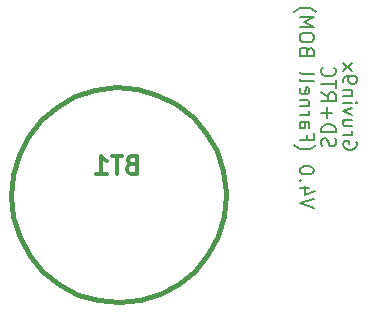
<source format=gbo>
G04 (created by PCBNEW-RS274X (2011-11-27 BZR 3249)-stable) date 21/02/2012 2:28:41 p.m.*
G01*
G70*
G90*
%MOIN*%
G04 Gerber Fmt 3.4, Leading zero omitted, Abs format*
%FSLAX34Y34*%
G04 APERTURE LIST*
%ADD10C,0.006000*%
%ADD11C,0.005900*%
%ADD12C,0.015000*%
%ADD13C,0.012000*%
G04 APERTURE END LIST*
G54D10*
G54D11*
X42093Y-27527D02*
X42116Y-27572D01*
X42116Y-27640D01*
X42093Y-27707D01*
X42049Y-27752D01*
X42004Y-27775D01*
X41914Y-27797D01*
X41846Y-27797D01*
X41756Y-27775D01*
X41711Y-27752D01*
X41666Y-27707D01*
X41644Y-27640D01*
X41644Y-27595D01*
X41666Y-27527D01*
X41689Y-27505D01*
X41846Y-27505D01*
X41846Y-27595D01*
X41644Y-27303D02*
X41959Y-27303D01*
X41869Y-27303D02*
X41914Y-27280D01*
X41936Y-27258D01*
X41959Y-27213D01*
X41959Y-27168D01*
X41959Y-26808D02*
X41644Y-26808D01*
X41959Y-27011D02*
X41711Y-27011D01*
X41666Y-26988D01*
X41644Y-26943D01*
X41644Y-26876D01*
X41666Y-26831D01*
X41689Y-26808D01*
X41959Y-26629D02*
X41644Y-26516D01*
X41959Y-26404D01*
X41644Y-26224D02*
X41959Y-26224D01*
X42116Y-26224D02*
X42093Y-26246D01*
X42071Y-26224D01*
X42093Y-26201D01*
X42116Y-26224D01*
X42071Y-26224D01*
X41959Y-25999D02*
X41644Y-25999D01*
X41914Y-25999D02*
X41936Y-25976D01*
X41959Y-25931D01*
X41959Y-25864D01*
X41936Y-25819D01*
X41891Y-25796D01*
X41644Y-25796D01*
X41644Y-25549D02*
X41644Y-25459D01*
X41666Y-25414D01*
X41689Y-25392D01*
X41756Y-25347D01*
X41846Y-25324D01*
X42026Y-25324D01*
X42071Y-25347D01*
X42093Y-25369D01*
X42116Y-25414D01*
X42116Y-25504D01*
X42093Y-25549D01*
X42071Y-25572D01*
X42026Y-25594D01*
X41914Y-25594D01*
X41869Y-25572D01*
X41846Y-25549D01*
X41824Y-25504D01*
X41824Y-25414D01*
X41846Y-25369D01*
X41869Y-25347D01*
X41914Y-25324D01*
X41644Y-25167D02*
X41959Y-24919D01*
X41959Y-25167D02*
X41644Y-24919D01*
X40947Y-27685D02*
X40925Y-27618D01*
X40925Y-27505D01*
X40947Y-27460D01*
X40970Y-27438D01*
X41015Y-27415D01*
X41060Y-27415D01*
X41105Y-27438D01*
X41127Y-27460D01*
X41150Y-27505D01*
X41172Y-27595D01*
X41195Y-27640D01*
X41217Y-27663D01*
X41262Y-27685D01*
X41307Y-27685D01*
X41352Y-27663D01*
X41374Y-27640D01*
X41397Y-27595D01*
X41397Y-27483D01*
X41374Y-27415D01*
X40925Y-27213D02*
X41397Y-27213D01*
X41397Y-27100D01*
X41374Y-27033D01*
X41330Y-26988D01*
X41285Y-26965D01*
X41195Y-26943D01*
X41127Y-26943D01*
X41037Y-26965D01*
X40992Y-26988D01*
X40947Y-27033D01*
X40925Y-27100D01*
X40925Y-27213D01*
X41105Y-26741D02*
X41105Y-26381D01*
X40925Y-26561D02*
X41285Y-26561D01*
X40925Y-25887D02*
X41150Y-26044D01*
X40925Y-26157D02*
X41397Y-26157D01*
X41397Y-25977D01*
X41374Y-25932D01*
X41352Y-25909D01*
X41307Y-25887D01*
X41240Y-25887D01*
X41195Y-25909D01*
X41172Y-25932D01*
X41150Y-25977D01*
X41150Y-26157D01*
X41397Y-25752D02*
X41397Y-25482D01*
X40925Y-25617D02*
X41397Y-25617D01*
X40970Y-25055D02*
X40947Y-25077D01*
X40925Y-25145D01*
X40925Y-25190D01*
X40947Y-25257D01*
X40992Y-25302D01*
X41037Y-25325D01*
X41127Y-25347D01*
X41195Y-25347D01*
X41285Y-25325D01*
X41330Y-25302D01*
X41374Y-25257D01*
X41397Y-25190D01*
X41397Y-25145D01*
X41374Y-25077D01*
X41352Y-25055D01*
X40678Y-29742D02*
X40206Y-29585D01*
X40678Y-29427D01*
X40521Y-29067D02*
X40206Y-29067D01*
X40700Y-29180D02*
X40363Y-29292D01*
X40363Y-29000D01*
X40251Y-28820D02*
X40228Y-28797D01*
X40206Y-28820D01*
X40228Y-28842D01*
X40251Y-28820D01*
X40206Y-28820D01*
X40678Y-28505D02*
X40678Y-28460D01*
X40655Y-28415D01*
X40633Y-28392D01*
X40588Y-28370D01*
X40498Y-28347D01*
X40386Y-28347D01*
X40296Y-28370D01*
X40251Y-28392D01*
X40228Y-28415D01*
X40206Y-28460D01*
X40206Y-28505D01*
X40228Y-28550D01*
X40251Y-28572D01*
X40296Y-28595D01*
X40386Y-28617D01*
X40498Y-28617D01*
X40588Y-28595D01*
X40633Y-28572D01*
X40655Y-28550D01*
X40678Y-28505D01*
X40026Y-27650D02*
X40049Y-27672D01*
X40116Y-27717D01*
X40161Y-27740D01*
X40228Y-27762D01*
X40341Y-27785D01*
X40431Y-27785D01*
X40543Y-27762D01*
X40611Y-27740D01*
X40655Y-27717D01*
X40723Y-27672D01*
X40745Y-27650D01*
X40453Y-27312D02*
X40453Y-27470D01*
X40206Y-27470D02*
X40678Y-27470D01*
X40678Y-27245D01*
X40206Y-26862D02*
X40453Y-26862D01*
X40498Y-26885D01*
X40521Y-26930D01*
X40521Y-27020D01*
X40498Y-27065D01*
X40228Y-26862D02*
X40206Y-26907D01*
X40206Y-27020D01*
X40228Y-27065D01*
X40273Y-27087D01*
X40318Y-27087D01*
X40363Y-27065D01*
X40386Y-27020D01*
X40386Y-26907D01*
X40408Y-26862D01*
X40206Y-26638D02*
X40521Y-26638D01*
X40431Y-26638D02*
X40476Y-26615D01*
X40498Y-26593D01*
X40521Y-26548D01*
X40521Y-26503D01*
X40521Y-26346D02*
X40206Y-26346D01*
X40476Y-26346D02*
X40498Y-26323D01*
X40521Y-26278D01*
X40521Y-26211D01*
X40498Y-26166D01*
X40453Y-26143D01*
X40206Y-26143D01*
X40228Y-25739D02*
X40206Y-25784D01*
X40206Y-25874D01*
X40228Y-25919D01*
X40273Y-25941D01*
X40453Y-25941D01*
X40498Y-25919D01*
X40521Y-25874D01*
X40521Y-25784D01*
X40498Y-25739D01*
X40453Y-25716D01*
X40408Y-25716D01*
X40363Y-25941D01*
X40206Y-25446D02*
X40228Y-25491D01*
X40273Y-25514D01*
X40678Y-25514D01*
X40206Y-25199D02*
X40228Y-25244D01*
X40273Y-25267D01*
X40678Y-25267D01*
X40453Y-24502D02*
X40431Y-24435D01*
X40408Y-24412D01*
X40363Y-24390D01*
X40296Y-24390D01*
X40251Y-24412D01*
X40228Y-24435D01*
X40206Y-24480D01*
X40206Y-24660D01*
X40678Y-24660D01*
X40678Y-24502D01*
X40655Y-24457D01*
X40633Y-24435D01*
X40588Y-24412D01*
X40543Y-24412D01*
X40498Y-24435D01*
X40476Y-24457D01*
X40453Y-24502D01*
X40453Y-24660D01*
X40678Y-24098D02*
X40678Y-24008D01*
X40655Y-23963D01*
X40611Y-23918D01*
X40521Y-23895D01*
X40363Y-23895D01*
X40273Y-23918D01*
X40228Y-23963D01*
X40206Y-24008D01*
X40206Y-24098D01*
X40228Y-24143D01*
X40273Y-24188D01*
X40363Y-24210D01*
X40521Y-24210D01*
X40611Y-24188D01*
X40655Y-24143D01*
X40678Y-24098D01*
X40206Y-23694D02*
X40678Y-23694D01*
X40341Y-23536D01*
X40678Y-23379D01*
X40206Y-23379D01*
X40026Y-23200D02*
X40049Y-23177D01*
X40116Y-23132D01*
X40161Y-23110D01*
X40228Y-23087D01*
X40341Y-23065D01*
X40431Y-23065D01*
X40543Y-23087D01*
X40611Y-23110D01*
X40655Y-23132D01*
X40723Y-23177D01*
X40745Y-23200D01*
G54D12*
X37744Y-29299D02*
X37675Y-29994D01*
X37473Y-30664D01*
X37145Y-31281D01*
X36703Y-31823D01*
X36164Y-32269D01*
X35549Y-32602D01*
X34881Y-32808D01*
X34186Y-32881D01*
X33490Y-32818D01*
X32819Y-32621D01*
X32200Y-32297D01*
X31655Y-31858D01*
X31205Y-31323D01*
X30868Y-30710D01*
X30657Y-30043D01*
X30579Y-29349D01*
X30637Y-28653D01*
X30830Y-27981D01*
X31150Y-27359D01*
X31584Y-26811D01*
X32117Y-26357D01*
X32727Y-26016D01*
X33392Y-25800D01*
X34086Y-25717D01*
X34783Y-25771D01*
X35456Y-25959D01*
X36080Y-26274D01*
X36631Y-26705D01*
X37088Y-27234D01*
X37434Y-27842D01*
X37654Y-28506D01*
X37742Y-29199D01*
X37744Y-29299D01*
G54D13*
X34593Y-28283D02*
X34507Y-28311D01*
X34479Y-28340D01*
X34450Y-28397D01*
X34450Y-28483D01*
X34479Y-28540D01*
X34507Y-28568D01*
X34565Y-28597D01*
X34793Y-28597D01*
X34793Y-27997D01*
X34593Y-27997D01*
X34536Y-28025D01*
X34507Y-28054D01*
X34479Y-28111D01*
X34479Y-28168D01*
X34507Y-28225D01*
X34536Y-28254D01*
X34593Y-28283D01*
X34793Y-28283D01*
X34279Y-27997D02*
X33936Y-27997D01*
X34107Y-28597D02*
X34107Y-27997D01*
X33422Y-28597D02*
X33765Y-28597D01*
X33593Y-28597D02*
X33593Y-27997D01*
X33650Y-28083D01*
X33708Y-28140D01*
X33765Y-28168D01*
M02*

</source>
